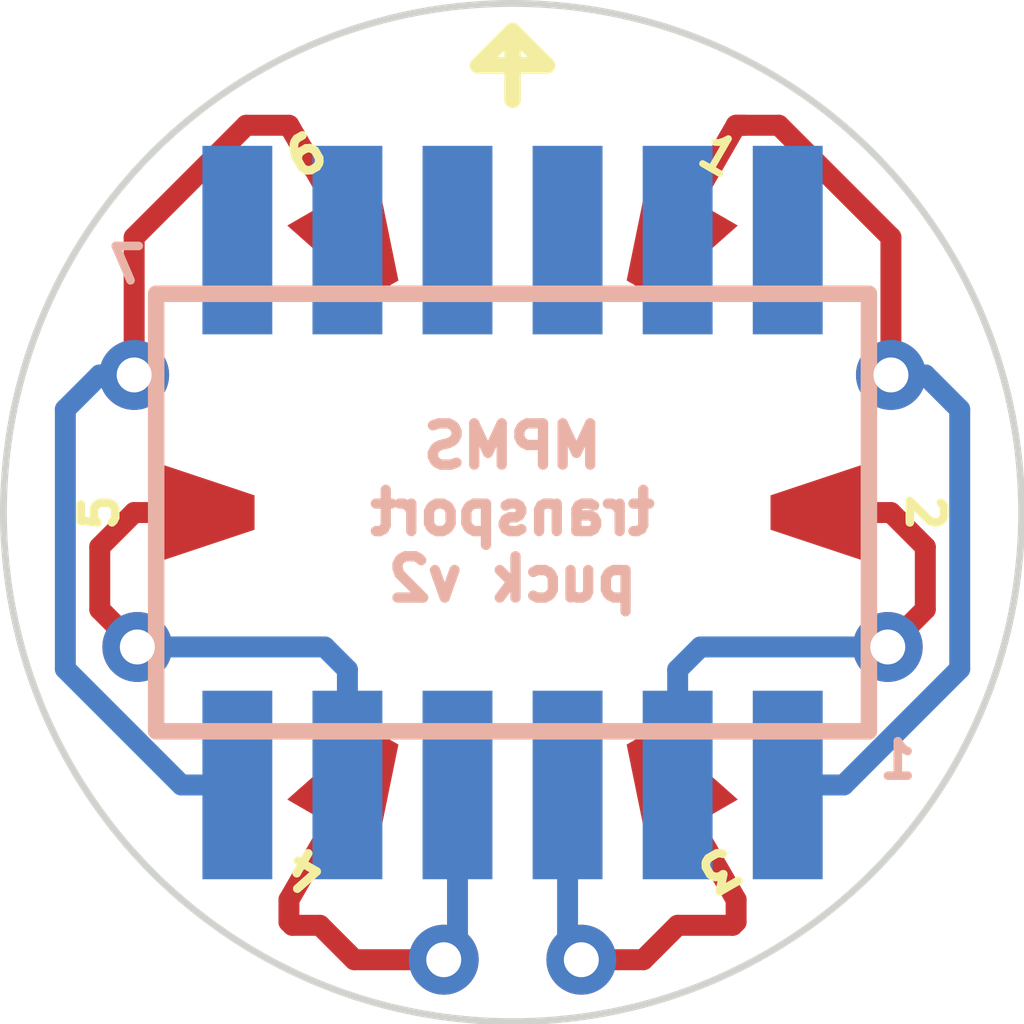
<source format=kicad_pcb>
(kicad_pcb (version 20171130) (host pcbnew 5.1.2)

  (general
    (thickness 1.6)
    (drawings 6)
    (tracks 55)
    (zones 0)
    (modules 7)
    (nets 7)
  )

  (page A4)
  (layers
    (0 F.Cu signal)
    (31 B.Cu signal)
    (32 B.Adhes user)
    (33 F.Adhes user)
    (34 B.Paste user)
    (35 F.Paste user)
    (36 B.SilkS user)
    (37 F.SilkS user)
    (38 B.Mask user)
    (39 F.Mask user)
    (40 Dwgs.User user)
    (41 Cmts.User user)
    (42 Eco1.User user)
    (43 Eco2.User user)
    (44 Edge.Cuts user)
    (45 Margin user)
    (46 B.CrtYd user)
    (47 F.CrtYd user)
    (48 B.Fab user)
    (49 F.Fab user)
  )

  (setup
    (last_trace_width 0.1524)
    (trace_clearance 0.1524)
    (zone_clearance 0.508)
    (zone_45_only no)
    (trace_min 0.1524)
    (via_size 0.508)
    (via_drill 0.254)
    (via_min_size 0.508)
    (via_min_drill 0.254)
    (uvia_size 0.508)
    (uvia_drill 0.254)
    (uvias_allowed no)
    (uvia_min_size 0.508)
    (uvia_min_drill 0.254)
    (edge_width 0.05)
    (segment_width 0.2)
    (pcb_text_width 0.3)
    (pcb_text_size 1.5 1.5)
    (mod_edge_width 0.12)
    (mod_text_size 1 1)
    (mod_text_width 0.15)
    (pad_size 1.524 1.524)
    (pad_drill 0.762)
    (pad_to_mask_clearance 0.0508)
    (solder_mask_min_width 0.0254)
    (aux_axis_origin 0 0)
    (grid_origin 100 100)
    (visible_elements FFFFFF7F)
    (pcbplotparams
      (layerselection 0x010fc_ffffffff)
      (usegerberextensions false)
      (usegerberattributes false)
      (usegerberadvancedattributes false)
      (creategerberjobfile false)
      (excludeedgelayer true)
      (linewidth 0.100000)
      (plotframeref false)
      (viasonmask false)
      (mode 1)
      (useauxorigin false)
      (hpglpennumber 1)
      (hpglpenspeed 20)
      (hpglpendiameter 15.000000)
      (psnegative false)
      (psa4output false)
      (plotreference true)
      (plotvalue true)
      (plotinvisibletext false)
      (padsonsilk false)
      (subtractmaskfromsilk false)
      (outputformat 1)
      (mirror false)
      (drillshape 1)
      (scaleselection 1)
      (outputdirectory ""))
  )

  (net 0 "")
  (net 1 "Net-(J0-Pad1)")
  (net 2 "Net-(J0-Pad2)")
  (net 3 "Net-(J0-Pad3)")
  (net 4 "Net-(J0-Pad4)")
  (net 5 "Net-(J0-Pad5)")
  (net 6 "Net-(J0-Pad6)")

  (net_class Default "This is the default net class."
    (clearance 0.1524)
    (trace_width 0.1524)
    (via_dia 0.508)
    (via_drill 0.254)
    (uvia_dia 0.508)
    (uvia_drill 0.254)
    (add_net "Net-(J0-Pad1)")
    (add_net "Net-(J0-Pad2)")
    (add_net "Net-(J0-Pad3)")
    (add_net "Net-(J0-Pad4)")
    (add_net "Net-(J0-Pad5)")
    (add_net "Net-(J0-Pad6)")
  )

  (module mpms-transport-puck-pcb:mpms-transport-puck-wire-pad (layer F.Cu) (tedit 5CF6F10D) (tstamp 5D2FAFCF)
    (at -1.125 -1.948557 30)
    (path /5CF73590)
    (fp_text reference 6 (at 0 -0.75 30 unlocked) (layer F.SilkS)
      (effects (font (size 0.25 0.25) (thickness 0.0625)))
    )
    (fp_text value Conn_01x01 (at 0 3.5 30) (layer F.Fab) hide
      (effects (font (size 1 1) (thickness 0.15)))
    )
    (pad 1 smd trapezoid (at 0 0 30) (size 0.5 0.75) (rect_delta 0 -0.25 ) (layers F.Cu F.Paste F.Mask)
      (net 6 "Net-(J0-Pad6)"))
  )

  (module mpms-transport-puck-pcb:mpms-transport-puck-wire-pad (layer F.Cu) (tedit 5CF6F10D) (tstamp 5D2FAFCA)
    (at -2.25 0 90)
    (path /5CF7358A)
    (fp_text reference 5 (at 0 -0.75 90 unlocked) (layer F.SilkS)
      (effects (font (size 0.25 0.25) (thickness 0.0625)))
    )
    (fp_text value Conn_01x01 (at 0 3.5 90) (layer F.Fab) hide
      (effects (font (size 1 1) (thickness 0.15)))
    )
    (pad 1 smd trapezoid (at 0 0 90) (size 0.5 0.75) (rect_delta 0 -0.25 ) (layers F.Cu F.Paste F.Mask)
      (net 5 "Net-(J0-Pad5)"))
  )

  (module mpms-transport-puck-pcb:mpms-transport-puck-wire-pad (layer F.Cu) (tedit 5CF6F10D) (tstamp 5D2FAFC5)
    (at -1.125 1.948557 150)
    (path /5CF7303A)
    (fp_text reference 4 (at 0 -0.75 150 unlocked) (layer F.SilkS)
      (effects (font (size 0.25 0.25) (thickness 0.0625)))
    )
    (fp_text value Conn_01x01 (at 0 3.5 150) (layer F.Fab) hide
      (effects (font (size 1 1) (thickness 0.15)))
    )
    (pad 1 smd trapezoid (at 0 0 150) (size 0.5 0.75) (rect_delta 0 -0.25 ) (layers F.Cu F.Paste F.Mask)
      (net 4 "Net-(J0-Pad4)"))
  )

  (module mpms-transport-puck-pcb:mpms-transport-puck-wire-pad (layer F.Cu) (tedit 5CF6F10D) (tstamp 5D2FB45C)
    (at 1.125 1.948557 210)
    (path /5CF73034)
    (fp_text reference 3 (at 0 -0.75 210 unlocked) (layer F.SilkS)
      (effects (font (size 0.25 0.25) (thickness 0.0625)))
    )
    (fp_text value Conn_01x01 (at 0 3.5 30) (layer F.Fab) hide
      (effects (font (size 1 1) (thickness 0.15)))
    )
    (pad 1 smd trapezoid (at 0 0 210) (size 0.5 0.75) (rect_delta 0 -0.25 ) (layers F.Cu F.Paste F.Mask)
      (net 3 "Net-(J0-Pad3)"))
  )

  (module mpms-transport-puck-pcb:mpms-transport-puck-wire-pad (layer F.Cu) (tedit 5CF6F10D) (tstamp 5D2FAFBB)
    (at 2.25 0 270)
    (path /5CF713D2)
    (fp_text reference 2 (at 0 -0.75 270 unlocked) (layer F.SilkS)
      (effects (font (size 0.25 0.25) (thickness 0.0625)))
    )
    (fp_text value Conn_01x01 (at 0 3.5 90) (layer F.Fab) hide
      (effects (font (size 1 1) (thickness 0.15)))
    )
    (pad 1 smd trapezoid (at 0 0 270) (size 0.5 0.75) (rect_delta 0 -0.25 ) (layers F.Cu F.Paste F.Mask)
      (net 2 "Net-(J0-Pad2)"))
  )

  (module mpms-transport-puck-pcb:mpms-transport-puck-wire-pad (layer F.Cu) (tedit 5CF6F10D) (tstamp 5D2FB402)
    (at 1.125 -1.948557 330)
    (path /5CF7047C)
    (fp_text reference 1 (at 0 -0.75 330 unlocked) (layer F.SilkS)
      (effects (font (size 0.25 0.25) (thickness 0.05)))
    )
    (fp_text value Conn_01x01 (at 0 3.5 150) (layer F.Fab) hide
      (effects (font (size 1 1) (thickness 0.15)))
    )
    (pad 1 smd trapezoid (at 0 0 330) (size 0.5 0.75) (rect_delta 0 -0.25 ) (layers F.Cu F.Paste F.Mask)
      (net 1 "Net-(J0-Pad1)"))
  )

  (module mpms-transport-puck-pcb:samtec-cle-106-xx-x-DV-x (layer B.Cu) (tedit 5D2F6107) (tstamp 5D2FC4FF)
    (at 0 0 180)
    (path /5CF6E991)
    (fp_text reference J0 (at -2.159 5.715) (layer B.SilkS) hide
      (effects (font (size 1 1) (thickness 0.15)) (justify mirror))
    )
    (fp_text value Conn_02x06_Counter_Clockwise (at 0 -6.5) (layer B.Fab) hide
      (effects (font (size 1 1) (thickness 0.15)) (justify mirror))
    )
    (fp_text user 7 (at 2.8 1.8) (layer B.SilkS)
      (effects (font (size 0.25 0.25) (thickness 0.0625)) (justify mirror))
    )
    (fp_text user 1 (at -2.8 -1.8) (layer B.SilkS)
      (effects (font (size 0.25 0.25) (thickness 0.0625)) (justify mirror))
    )
    (fp_line (start -2.59 1.59) (end -2.59 -1.59) (layer B.SilkS) (width 0.12))
    (fp_line (start 2.59 1.59) (end 2.59 -1.59) (layer B.SilkS) (width 0.12))
    (fp_line (start -2.59 -1.59) (end 2.59 -1.59) (layer B.SilkS) (width 0.12))
    (fp_line (start -2.59 1.59) (end 2.59 1.59) (layer B.SilkS) (width 0.12))
    (pad 12 smd rect (at -2 1.98 180) (size 0.508 1.37) (layers B.Cu B.Paste B.Mask))
    (pad 11 smd rect (at -1.2 1.98 180) (size 0.508 1.37) (layers B.Cu B.Paste B.Mask))
    (pad 10 smd rect (at -0.4 1.98 180) (size 0.508 1.37) (layers B.Cu B.Paste B.Mask))
    (pad 9 smd rect (at 0.4 1.98 180) (size 0.508 1.37) (layers B.Cu B.Paste B.Mask))
    (pad 8 smd rect (at 1.2 1.98 180) (size 0.508 1.37) (layers B.Cu B.Paste B.Mask))
    (pad 7 smd rect (at 2 1.98 180) (size 0.508 1.37) (layers B.Cu B.Paste B.Mask))
    (pad 6 smd rect (at 2 -1.98 180) (size 0.508 1.37) (layers B.Cu B.Paste B.Mask)
      (net 6 "Net-(J0-Pad6)"))
    (pad 5 smd rect (at 1.2 -1.98 180) (size 0.508 1.37) (layers B.Cu B.Paste B.Mask)
      (net 5 "Net-(J0-Pad5)"))
    (pad 4 smd rect (at 0.4 -1.98 180) (size 0.508 1.37) (layers B.Cu B.Paste B.Mask)
      (net 4 "Net-(J0-Pad4)"))
    (pad 3 smd rect (at -0.4 -1.98 180) (size 0.508 1.37) (layers B.Cu B.Paste B.Mask)
      (net 3 "Net-(J0-Pad3)"))
    (pad 2 smd rect (at -1.2 -1.98 180) (size 0.508 1.37) (layers B.Cu B.Paste B.Mask)
      (net 2 "Net-(J0-Pad2)"))
    (pad 1 smd rect (at -2 -1.98 180) (size 0.508 1.37) (layers B.Cu B.Paste B.Mask)
      (net 1 "Net-(J0-Pad1)"))
  )

  (gr_text "MPMS\ntransport\npuck v2" (at 0 0) (layer B.SilkS)
    (effects (font (size 0.3 0.3) (thickness 0.075)) (justify mirror))
  )
  (gr_line (start 0.25 -3.25) (end 0 -3.5) (layer F.SilkS) (width 0.12) (tstamp 5D2FB1C5))
  (gr_line (start -0.25 -3.25) (end 0.25 -3.25) (layer F.SilkS) (width 0.12))
  (gr_line (start 0 -3.5) (end -0.25 -3.25) (layer F.SilkS) (width 0.12))
  (gr_line (start 0 -3) (end 0 -3.5) (layer F.SilkS) (width 0.12))
  (gr_circle (center 0 0) (end 3.7 0) (layer Edge.Cuts) (width 0.05))

  (segment (start 1.125 -1.948557) (end 1.625 -2.814583) (width 0.1524) (layer F.Cu) (net 1))
  (segment (start 1.625 -2.814583) (end 1.685417 -2.814583) (width 0.1524) (layer F.Cu) (net 1))
  (segment (start 1.625 -2.814583) (end 1.935417 -2.814583) (width 0.1524) (layer F.Cu) (net 1))
  (via (at 2.75 -1) (size 0.508) (drill 0.254) (layers F.Cu B.Cu) (net 1))
  (segment (start 1.935417 -2.814583) (end 2.75 -2) (width 0.1524) (layer F.Cu) (net 1))
  (segment (start 2.75 -2) (end 2.75 -1) (width 0.1524) (layer F.Cu) (net 1))
  (segment (start 3.25 -0.75) (end 3 -1) (width 0.1524) (layer B.Cu) (net 1))
  (segment (start 3 -1) (end 2.75 -1) (width 0.1524) (layer B.Cu) (net 1))
  (segment (start 2 1.98) (end 2.4064 1.98) (width 0.1524) (layer B.Cu) (net 1))
  (segment (start 3.25 1.1364) (end 3.25 -0.75) (width 0.1524) (layer B.Cu) (net 1))
  (segment (start 2.4064 1.98) (end 3.25 1.1364) (width 0.1524) (layer B.Cu) (net 1))
  (segment (start 1.36565 0.97695) (end 2.72695 0.97695) (width 0.1524) (layer B.Cu) (net 2))
  (segment (start 1.2 1.98) (end 1.2 1.1426) (width 0.1524) (layer B.Cu) (net 2))
  (via (at 2.72695 0.97695) (size 0.508) (drill 0.254) (layers F.Cu B.Cu) (net 2))
  (segment (start 1.2 1.1426) (end 1.36565 0.97695) (width 0.1524) (layer B.Cu) (net 2))
  (segment (start 2.72695 0.97695) (end 3 0.7039) (width 0.1524) (layer F.Cu) (net 2))
  (segment (start 3 0.25) (end 2.75 0) (width 0.1524) (layer F.Cu) (net 2))
  (segment (start 3 0.7039) (end 3 0.25) (width 0.1524) (layer F.Cu) (net 2))
  (segment (start 2.25 0) (end 2.75 0) (width 0.1524) (layer F.Cu) (net 2))
  (segment (start 0.4 1.98) (end 0.4 3.15) (width 0.1524) (layer B.Cu) (net 3))
  (via (at 0.5 3.25) (size 0.508) (drill 0.254) (layers F.Cu B.Cu) (net 3))
  (segment (start 0.4 3.15) (end 0.5 3.25) (width 0.1524) (layer B.Cu) (net 3))
  (segment (start 0.95 3.25) (end 0.5 3.25) (width 0.1524) (layer F.Cu) (net 3))
  (segment (start 1.2 3) (end 0.95 3.25) (width 0.1524) (layer F.Cu) (net 3))
  (segment (start 1.125 1.948557) (end 1.625 2.814583) (width 0.1524) (layer F.Cu) (net 3))
  (segment (start 1.625 2.814583) (end 1.625 2.975) (width 0.1524) (layer F.Cu) (net 3))
  (segment (start 1.625 2.975) (end 1.6 3) (width 0.1524) (layer F.Cu) (net 3))
  (segment (start 1.6 3) (end 1.2 3) (width 0.1524) (layer F.Cu) (net 3))
  (via (at -0.5 3.25) (size 0.508) (drill 0.254) (layers F.Cu B.Cu) (net 4))
  (segment (start -0.4 1.98) (end -0.4 3.15) (width 0.1524) (layer B.Cu) (net 4))
  (segment (start -0.4 3.15) (end -0.5 3.25) (width 0.1524) (layer B.Cu) (net 4))
  (segment (start -1.625 2.814583) (end -1.625 2.975) (width 0.1524) (layer F.Cu) (net 4))
  (segment (start -1.125 1.948557) (end -1.625 2.814583) (width 0.1524) (layer F.Cu) (net 4))
  (segment (start -1.625 2.975) (end -1.6 3) (width 0.1524) (layer F.Cu) (net 4))
  (segment (start -1.15 3.25) (end -0.5 3.25) (width 0.1524) (layer F.Cu) (net 4))
  (segment (start -1.6 3) (end -1.4 3) (width 0.1524) (layer F.Cu) (net 4))
  (segment (start -1.4 3) (end -1.15 3.25) (width 0.1524) (layer F.Cu) (net 4))
  (via (at -2.72695 0.97695) (size 0.508) (drill 0.254) (layers F.Cu B.Cu) (net 5))
  (segment (start -1.36565 0.97695) (end -2.72695 0.97695) (width 0.1524) (layer B.Cu) (net 5))
  (segment (start -1.2 1.98) (end -1.2 1.1426) (width 0.1524) (layer B.Cu) (net 5))
  (segment (start -1.2 1.1426) (end -1.36565 0.97695) (width 0.1524) (layer B.Cu) (net 5))
  (segment (start -2.72695 0.97695) (end -3 0.7039) (width 0.1524) (layer F.Cu) (net 5))
  (segment (start -3 0.25) (end -2.75 0) (width 0.1524) (layer F.Cu) (net 5))
  (segment (start -3 0.7039) (end -3 0.25) (width 0.1524) (layer F.Cu) (net 5))
  (segment (start -2.25 0) (end -2.75 0) (width 0.1524) (layer F.Cu) (net 5))
  (segment (start -1.125 -1.948557) (end -1.625 -2.814583) (width 0.1524) (layer F.Cu) (net 6))
  (segment (start -1.625 -2.814583) (end -1.935417 -2.814583) (width 0.1524) (layer F.Cu) (net 6))
  (via (at -2.75 -1) (size 0.508) (drill 0.254) (layers F.Cu B.Cu) (net 6))
  (segment (start -1.935417 -2.814583) (end -2.75 -2) (width 0.1524) (layer F.Cu) (net 6))
  (segment (start -2.75 -2) (end -2.75 -1) (width 0.1524) (layer F.Cu) (net 6))
  (segment (start -3.25 -0.75) (end -3 -1) (width 0.1524) (layer B.Cu) (net 6))
  (segment (start -2 1.98) (end -2.4064 1.98) (width 0.1524) (layer B.Cu) (net 6))
  (segment (start -3 -1) (end -2.75 -1) (width 0.1524) (layer B.Cu) (net 6))
  (segment (start -3.25 1.1364) (end -3.25 -0.75) (width 0.1524) (layer B.Cu) (net 6))
  (segment (start -2.4064 1.98) (end -3.25 1.1364) (width 0.1524) (layer B.Cu) (net 6))

)

</source>
